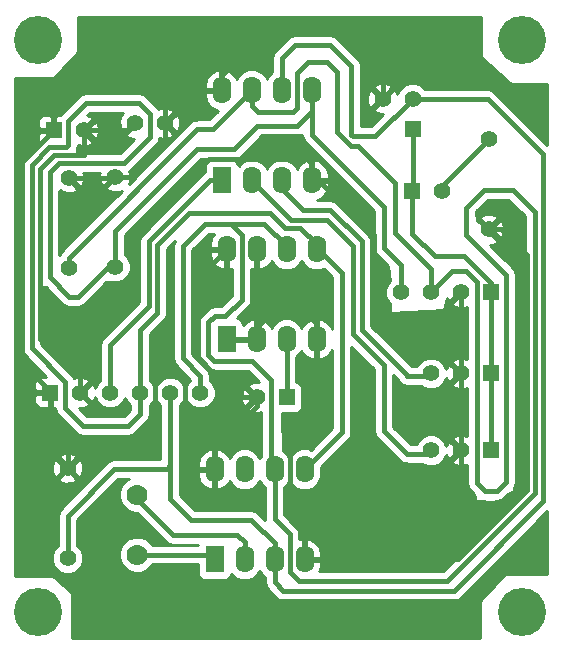
<source format=gbl>
G04 (created by PCBNEW-RS274X (2011-05-25)-stable) date Fri 22 Feb 2013 06:55:39 AM EST*
G01*
G70*
G90*
%MOIN*%
G04 Gerber Fmt 3.4, Leading zero omitted, Abs format*
%FSLAX34Y34*%
G04 APERTURE LIST*
%ADD10C,0.006000*%
%ADD11C,0.160000*%
%ADD12R,0.055000X0.055000*%
%ADD13C,0.055000*%
%ADD14C,0.070000*%
%ADD15R,0.062000X0.090000*%
%ADD16O,0.062000X0.090000*%
%ADD17C,0.015000*%
%ADD18C,0.010000*%
G04 APERTURE END LIST*
G54D10*
G54D11*
X01080Y-01940D03*
X17220Y-01940D03*
X17220Y-21000D03*
X01080Y-21000D03*
G54D12*
X13580Y-04880D03*
G54D13*
X13580Y-03880D03*
X12580Y-03880D03*
G54D12*
X01500Y-13680D03*
G54D13*
X02500Y-13680D03*
X03500Y-13680D03*
X04500Y-13680D03*
X05500Y-13680D03*
X06500Y-13680D03*
G54D12*
X16200Y-10340D03*
G54D13*
X15200Y-10340D03*
X14200Y-10340D03*
X13200Y-10340D03*
G54D12*
X16200Y-13040D03*
G54D13*
X15200Y-13040D03*
X14200Y-13040D03*
G54D12*
X16200Y-15600D03*
G54D13*
X15200Y-15600D03*
X14200Y-15600D03*
G54D12*
X01620Y-04940D03*
G54D13*
X02620Y-04940D03*
G54D12*
X09380Y-13840D03*
G54D13*
X08380Y-13840D03*
X02080Y-19200D03*
X02080Y-16200D03*
X02120Y-06520D03*
X02120Y-09520D03*
X03660Y-06480D03*
X03660Y-09480D03*
X16120Y-05240D03*
X16120Y-08240D03*
G54D12*
X13560Y-06960D03*
G54D13*
X14560Y-06960D03*
G54D14*
X04400Y-19080D03*
X04400Y-17080D03*
G54D15*
X07380Y-11900D03*
G54D16*
X08380Y-11900D03*
X09380Y-11900D03*
X10380Y-11900D03*
X10380Y-08900D03*
X09380Y-08900D03*
X08380Y-08900D03*
X07380Y-08900D03*
G54D15*
X06980Y-19240D03*
G54D16*
X07980Y-19240D03*
X08980Y-19240D03*
X09980Y-19240D03*
X09980Y-16240D03*
X08980Y-16240D03*
X07980Y-16240D03*
X06980Y-16240D03*
G54D15*
X07220Y-06600D03*
G54D16*
X08220Y-06600D03*
X09220Y-06600D03*
X10220Y-06600D03*
X10220Y-03600D03*
X09220Y-03600D03*
X08220Y-03600D03*
X07220Y-03600D03*
G54D13*
X04320Y-04700D03*
X05320Y-04700D03*
G54D17*
X02120Y-09520D02*
X02120Y-09180D01*
X06920Y-04900D02*
X08220Y-03600D01*
X06400Y-04900D02*
X06920Y-04900D01*
X02120Y-09180D02*
X06400Y-04900D01*
X14200Y-10340D02*
X14200Y-09560D01*
X08220Y-04140D02*
X08220Y-03600D01*
X08420Y-04340D02*
X08220Y-04140D01*
X09580Y-04340D02*
X08420Y-04340D01*
X09720Y-04200D02*
X09580Y-04340D01*
X09720Y-03040D02*
X09720Y-04200D01*
X10100Y-02660D02*
X09720Y-03040D01*
X10720Y-02660D02*
X10100Y-02660D01*
X11060Y-03000D02*
X10720Y-02660D01*
X11060Y-05000D02*
X11060Y-03000D01*
X11520Y-05460D02*
X11060Y-05000D01*
X11760Y-05460D02*
X11520Y-05460D01*
X13000Y-06700D02*
X11760Y-05460D01*
X13000Y-08360D02*
X13000Y-06700D01*
X14200Y-09560D02*
X13000Y-08360D01*
X08980Y-16240D02*
X08980Y-17900D01*
X14900Y-09640D02*
X14200Y-10340D01*
X15360Y-09640D02*
X14900Y-09640D01*
X15720Y-10000D02*
X15360Y-09640D01*
X15720Y-16700D02*
X15720Y-10000D01*
X15980Y-16960D02*
X15720Y-16700D01*
X16400Y-16960D02*
X15980Y-16960D01*
X16700Y-16660D02*
X16400Y-16960D01*
X16700Y-13720D02*
X16700Y-16660D01*
X16700Y-09760D02*
X16700Y-13720D01*
X15360Y-08420D02*
X16700Y-09760D01*
X15360Y-07520D02*
X15360Y-08420D01*
X15960Y-06920D02*
X15360Y-07520D01*
X16920Y-06920D02*
X15960Y-06920D01*
X17660Y-07660D02*
X16920Y-06920D01*
X17660Y-17040D02*
X17660Y-07660D01*
X14740Y-19960D02*
X17660Y-17040D01*
X09780Y-19960D02*
X14740Y-19960D01*
X09480Y-19660D02*
X09780Y-19960D01*
X09480Y-18400D02*
X09480Y-19660D01*
X08980Y-17900D02*
X09480Y-18400D01*
X07580Y-08060D02*
X07580Y-08140D01*
X08860Y-16120D02*
X08980Y-16240D01*
X08860Y-13260D02*
X08860Y-16120D01*
X08220Y-12620D02*
X08860Y-13260D01*
X06960Y-12620D02*
X08220Y-12620D01*
X06760Y-12420D02*
X06960Y-12620D01*
X06760Y-11340D02*
X06760Y-12420D01*
X06980Y-11120D02*
X06760Y-11340D01*
X07340Y-11120D02*
X06980Y-11120D01*
X07880Y-10580D02*
X07340Y-11120D01*
X07880Y-09460D02*
X07880Y-10580D01*
X07880Y-08440D02*
X07880Y-09460D01*
X07580Y-08140D02*
X07880Y-08440D01*
X06500Y-13680D02*
X06500Y-13120D01*
X09380Y-08800D02*
X09380Y-08900D01*
X08640Y-08060D02*
X09380Y-08800D01*
X06660Y-08060D02*
X07580Y-08060D01*
X07580Y-08060D02*
X08640Y-08060D01*
X05920Y-08800D02*
X06660Y-08060D01*
X05920Y-12540D02*
X05920Y-08800D01*
X06500Y-13120D02*
X05920Y-12540D01*
X03660Y-09480D02*
X03440Y-09480D01*
X04500Y-14400D02*
X04500Y-13680D01*
X04100Y-14800D02*
X04500Y-14400D01*
X02600Y-14800D02*
X04100Y-14800D01*
X02000Y-14200D02*
X02600Y-14800D01*
X02000Y-13320D02*
X02000Y-14200D01*
X00880Y-12200D02*
X02000Y-13320D01*
X00880Y-06080D02*
X00880Y-12200D01*
X01460Y-05500D02*
X00880Y-06080D01*
X02020Y-05500D02*
X01460Y-05500D01*
X02100Y-05420D02*
X02020Y-05500D01*
X02100Y-04620D02*
X02100Y-05420D01*
X02700Y-04020D02*
X02100Y-04620D01*
X04460Y-04020D02*
X02700Y-04020D01*
X04820Y-04380D02*
X04460Y-04020D01*
X04820Y-05160D02*
X04820Y-04380D01*
X03960Y-06020D02*
X04820Y-05160D01*
X01800Y-06020D02*
X03960Y-06020D01*
X01480Y-06340D02*
X01800Y-06020D01*
X01480Y-09840D02*
X01480Y-06340D01*
X02140Y-10500D02*
X01480Y-09840D01*
X02420Y-10500D02*
X02140Y-10500D01*
X03440Y-09480D02*
X02420Y-10500D01*
X03660Y-09480D02*
X03660Y-08300D01*
X09720Y-04780D02*
X10220Y-04280D01*
X08400Y-04780D02*
X09720Y-04780D01*
X07620Y-05560D02*
X08400Y-04780D01*
X06400Y-05560D02*
X07620Y-05560D01*
X03660Y-08300D02*
X06400Y-05560D01*
X13200Y-10340D02*
X13200Y-09440D01*
X10220Y-05080D02*
X10220Y-05040D01*
X10220Y-05040D02*
X10220Y-04280D01*
X10220Y-04280D02*
X10220Y-03600D01*
X12620Y-07480D02*
X10220Y-05080D01*
X12620Y-08860D02*
X12620Y-07480D01*
X13200Y-09440D02*
X12620Y-08860D01*
X10380Y-08900D02*
X10380Y-08740D01*
X04500Y-11580D02*
X04500Y-13680D01*
X05060Y-11020D02*
X04500Y-11580D01*
X05060Y-08760D02*
X05060Y-11020D01*
X06140Y-07680D02*
X05060Y-08760D01*
X08820Y-07680D02*
X06140Y-07680D01*
X09340Y-08200D02*
X08820Y-07680D01*
X09840Y-08200D02*
X09340Y-08200D01*
X10380Y-08740D02*
X09840Y-08200D01*
X10380Y-08900D02*
X10440Y-08900D01*
X11220Y-15000D02*
X09980Y-16240D01*
X11220Y-09680D02*
X11220Y-15000D01*
X10440Y-08900D02*
X11220Y-09680D01*
X09220Y-03600D02*
X09220Y-02520D01*
X12340Y-05120D02*
X13580Y-03880D01*
X11580Y-05120D02*
X12340Y-05120D01*
X11540Y-05080D02*
X11580Y-05120D01*
X11540Y-02780D02*
X11540Y-05080D01*
X10840Y-02080D02*
X11540Y-02780D01*
X09660Y-02080D02*
X10840Y-02080D01*
X09220Y-02520D02*
X09660Y-02080D01*
X13580Y-03880D02*
X16080Y-03880D01*
X08980Y-20000D02*
X08980Y-19240D01*
X09260Y-20280D02*
X08980Y-20000D01*
X14960Y-20280D02*
X09260Y-20280D01*
X17940Y-17300D02*
X14960Y-20280D01*
X17940Y-05740D02*
X17940Y-17300D01*
X16080Y-03880D02*
X17940Y-05740D01*
X02080Y-19200D02*
X02080Y-17780D01*
X05380Y-16220D02*
X05500Y-16100D01*
X03640Y-16220D02*
X05380Y-16220D01*
X02080Y-17780D02*
X03640Y-16220D01*
X08980Y-19240D02*
X08980Y-18700D01*
X05500Y-17220D02*
X05500Y-16100D01*
X05500Y-16100D02*
X05500Y-13680D01*
X06200Y-17920D02*
X05500Y-17220D01*
X08200Y-17920D02*
X06200Y-17920D01*
X08980Y-18700D02*
X08200Y-17920D01*
X09380Y-11900D02*
X09380Y-13840D01*
X07220Y-06600D02*
X06820Y-06600D01*
X03500Y-12080D02*
X03500Y-13680D01*
X04780Y-10800D02*
X03500Y-12080D01*
X04780Y-08640D02*
X04780Y-10800D01*
X06820Y-06600D02*
X04780Y-08640D01*
X13380Y-15720D02*
X14080Y-15720D01*
X08220Y-06640D02*
X09520Y-07940D01*
X09520Y-07940D02*
X10740Y-07940D01*
X10740Y-07940D02*
X11580Y-08780D01*
X11580Y-08780D02*
X11580Y-11720D01*
X11580Y-11720D02*
X12620Y-12760D01*
X12620Y-12760D02*
X12620Y-14960D01*
X12620Y-14960D02*
X13380Y-15720D01*
X08220Y-06600D02*
X08220Y-06640D01*
X14080Y-15720D02*
X14200Y-15600D01*
X13380Y-13120D02*
X14120Y-13120D01*
X09220Y-06880D02*
X09940Y-07600D01*
X09940Y-07600D02*
X10840Y-07600D01*
X10840Y-07600D02*
X11880Y-08640D01*
X11880Y-08640D02*
X11880Y-11580D01*
X11880Y-11580D02*
X13380Y-13080D01*
X13380Y-13080D02*
X13380Y-13120D01*
X09220Y-06600D02*
X09220Y-06880D01*
X14120Y-13120D02*
X14200Y-13040D01*
X16200Y-10340D02*
X16200Y-10040D01*
X13560Y-08380D02*
X13560Y-06960D01*
X14320Y-09140D02*
X13560Y-08380D01*
X15300Y-09140D02*
X14320Y-09140D01*
X16200Y-10040D02*
X15300Y-09140D01*
X13580Y-04880D02*
X13580Y-06940D01*
X13580Y-06940D02*
X13560Y-06960D01*
X16200Y-10340D02*
X16200Y-13040D01*
X16200Y-13040D02*
X16200Y-15600D01*
X10380Y-11900D02*
X10380Y-14640D01*
X09980Y-17980D02*
X09980Y-19240D01*
X09480Y-17480D02*
X09980Y-17980D01*
X09480Y-15540D02*
X09480Y-17480D01*
X10380Y-14640D02*
X09480Y-15540D01*
X10220Y-06600D02*
X10220Y-06040D01*
X01920Y-12240D02*
X01840Y-12240D01*
X04280Y-09880D02*
X01920Y-12240D01*
X04280Y-08380D02*
X04280Y-09880D01*
X06780Y-05880D02*
X04280Y-08380D01*
X10060Y-05880D02*
X06780Y-05880D01*
X10220Y-06040D02*
X10060Y-05880D01*
X02500Y-13680D02*
X02500Y-12900D01*
X02500Y-12900D02*
X01840Y-12240D01*
X02620Y-05740D02*
X02620Y-04940D01*
X01840Y-12240D02*
X01520Y-12240D01*
X01520Y-12240D02*
X01160Y-11880D01*
X01160Y-11880D02*
X01160Y-06220D01*
X01160Y-06220D02*
X01620Y-05760D01*
X01620Y-05760D02*
X02640Y-05760D01*
X02640Y-05760D02*
X02620Y-05740D01*
X02620Y-04940D02*
X04080Y-04940D01*
X04080Y-04940D02*
X04320Y-04700D01*
X16120Y-08240D02*
X16540Y-08240D01*
X15080Y-19240D02*
X12660Y-19240D01*
X17380Y-16940D02*
X15080Y-19240D01*
X17380Y-09080D02*
X17380Y-16940D01*
X16540Y-08240D02*
X17380Y-09080D01*
X15200Y-10340D02*
X15200Y-13040D01*
X15200Y-13040D02*
X15200Y-15600D01*
X10220Y-06600D02*
X10440Y-06600D01*
X14080Y-11920D02*
X15200Y-13040D01*
X12860Y-11920D02*
X14080Y-11920D01*
X12280Y-11340D02*
X12860Y-11920D01*
X12280Y-08440D02*
X12280Y-11340D01*
X10440Y-06600D02*
X12280Y-08440D01*
X09980Y-19240D02*
X12660Y-19240D01*
X12660Y-19240D02*
X15040Y-16860D01*
X15040Y-16860D02*
X15200Y-16700D01*
X15200Y-16700D02*
X15200Y-15600D01*
X08380Y-08900D02*
X08380Y-11900D01*
X08380Y-11900D02*
X08380Y-11500D01*
X10380Y-11400D02*
X10380Y-11900D01*
X09880Y-10900D02*
X10380Y-11400D01*
X08980Y-10900D02*
X09880Y-10900D01*
X08380Y-11500D02*
X08980Y-10900D01*
X07380Y-11900D02*
X08380Y-11900D01*
X04400Y-19080D02*
X06820Y-19080D01*
X06820Y-19080D02*
X06980Y-19240D01*
X04400Y-17080D02*
X04400Y-17220D01*
X07980Y-18660D02*
X07980Y-19240D01*
X07740Y-18420D02*
X07980Y-18660D01*
X05600Y-18420D02*
X07740Y-18420D01*
X04400Y-17220D02*
X05600Y-18420D01*
X14560Y-06960D02*
X14560Y-06800D01*
X14560Y-06800D02*
X16120Y-05240D01*
X06980Y-16240D02*
X06980Y-15620D01*
X02540Y-15740D02*
X02080Y-16200D01*
X03820Y-15740D02*
X02540Y-15740D01*
X04980Y-14580D02*
X03820Y-15740D01*
X04980Y-13440D02*
X04980Y-14580D01*
X05340Y-13080D02*
X04980Y-13440D01*
X05820Y-13080D02*
X05340Y-13080D01*
X06000Y-13260D02*
X05820Y-13080D01*
X06000Y-14640D02*
X06000Y-13260D01*
X06980Y-15620D02*
X06000Y-14640D01*
X01620Y-04940D02*
X01620Y-04100D01*
X05880Y-03360D02*
X06120Y-03600D01*
X02360Y-03360D02*
X05880Y-03360D01*
X01620Y-04100D02*
X02360Y-03360D01*
X01500Y-13680D02*
X01500Y-13640D01*
X00560Y-06000D02*
X01620Y-04940D01*
X00560Y-12700D02*
X00560Y-06000D01*
X01500Y-13640D02*
X00560Y-12700D01*
X12580Y-03880D02*
X12580Y-02520D01*
X07220Y-03080D02*
X07220Y-03600D01*
X08660Y-01640D02*
X07220Y-03080D01*
X11700Y-01640D02*
X08660Y-01640D01*
X12580Y-02520D02*
X11700Y-01640D01*
X05320Y-04700D02*
X05320Y-04200D01*
X05320Y-04200D02*
X05920Y-03600D01*
X05920Y-03600D02*
X06120Y-03600D01*
X06120Y-03600D02*
X07220Y-03600D01*
X03660Y-06480D02*
X04260Y-06480D01*
X05320Y-05420D02*
X05320Y-04700D01*
X04260Y-06480D02*
X05320Y-05420D01*
X02120Y-06520D02*
X03620Y-06520D01*
X03620Y-06520D02*
X03660Y-06480D01*
X08380Y-13840D02*
X07940Y-13840D01*
X06420Y-09860D02*
X07380Y-08900D01*
X06420Y-12500D02*
X06420Y-09860D01*
X06900Y-12980D02*
X06420Y-12500D01*
X07080Y-12980D02*
X06900Y-12980D01*
X07940Y-13840D02*
X07080Y-12980D01*
X02080Y-16200D02*
X02080Y-15600D01*
X02080Y-15600D02*
X01500Y-15020D01*
X01500Y-15020D02*
X01500Y-13680D01*
X06980Y-16240D02*
X06980Y-15540D01*
X08380Y-14140D02*
X08380Y-13840D01*
X06980Y-15540D02*
X08380Y-14140D01*
G54D10*
G36*
X03895Y-06944D02*
X02410Y-08429D01*
X01890Y-08950D01*
X01820Y-09056D01*
X01814Y-09083D01*
X01805Y-09092D01*
X01805Y-06960D01*
X01813Y-06968D01*
X01844Y-06936D01*
X01853Y-06972D01*
X02046Y-07039D01*
X02250Y-07028D01*
X02387Y-06972D01*
X02410Y-06881D01*
X02155Y-06626D01*
X02120Y-06591D01*
X02049Y-06520D01*
X02120Y-06449D01*
X02191Y-06520D01*
X02226Y-06555D01*
X02481Y-06810D01*
X02572Y-06787D01*
X02639Y-06594D01*
X02628Y-06390D01*
X02609Y-06345D01*
X03162Y-06345D01*
X03141Y-06406D01*
X03152Y-06610D01*
X03208Y-06747D01*
X03299Y-06770D01*
X03554Y-06515D01*
X03589Y-06480D01*
X03660Y-06409D01*
X03731Y-06480D01*
X03660Y-06551D01*
X03625Y-06586D01*
X03370Y-06841D01*
X03393Y-06932D01*
X03586Y-06999D01*
X03790Y-06988D01*
X03895Y-06944D01*
X03895Y-06944D01*
G37*
G54D18*
X03895Y-06944D02*
X02410Y-08429D01*
X01890Y-08950D01*
X01820Y-09056D01*
X01814Y-09083D01*
X01805Y-09092D01*
X01805Y-06960D01*
X01813Y-06968D01*
X01844Y-06936D01*
X01853Y-06972D01*
X02046Y-07039D01*
X02250Y-07028D01*
X02387Y-06972D01*
X02410Y-06881D01*
X02155Y-06626D01*
X02120Y-06591D01*
X02049Y-06520D01*
X02120Y-06449D01*
X02191Y-06520D01*
X02226Y-06555D01*
X02481Y-06810D01*
X02572Y-06787D01*
X02639Y-06594D01*
X02628Y-06390D01*
X02609Y-06345D01*
X03162Y-06345D01*
X03141Y-06406D01*
X03152Y-06610D01*
X03208Y-06747D01*
X03299Y-06770D01*
X03554Y-06515D01*
X03589Y-06480D01*
X03660Y-06409D01*
X03731Y-06480D01*
X03660Y-06551D01*
X03625Y-06586D01*
X03370Y-06841D01*
X03393Y-06932D01*
X03586Y-06999D01*
X03790Y-06988D01*
X03895Y-06944D01*
G54D10*
G36*
X06175Y-13262D02*
X06055Y-13382D01*
X05999Y-13515D01*
X05945Y-13383D01*
X05798Y-13235D01*
X05605Y-13155D01*
X05396Y-13155D01*
X05203Y-13235D01*
X05055Y-13382D01*
X04999Y-13515D01*
X04945Y-13383D01*
X04825Y-13262D01*
X04825Y-11714D01*
X05287Y-11251D01*
X05289Y-11250D01*
X05290Y-11250D01*
X05359Y-11145D01*
X05360Y-11144D01*
X05379Y-11046D01*
X05385Y-11021D01*
X05384Y-11020D01*
X05385Y-11020D01*
X05385Y-08895D01*
X05651Y-08628D01*
X05620Y-08676D01*
X05595Y-08800D01*
X05595Y-12540D01*
X05620Y-12664D01*
X05690Y-12770D01*
X06175Y-13255D01*
X06175Y-13262D01*
X06175Y-13262D01*
G37*
G54D18*
X06175Y-13262D02*
X06055Y-13382D01*
X05999Y-13515D01*
X05945Y-13383D01*
X05798Y-13235D01*
X05605Y-13155D01*
X05396Y-13155D01*
X05203Y-13235D01*
X05055Y-13382D01*
X04999Y-13515D01*
X04945Y-13383D01*
X04825Y-13262D01*
X04825Y-11714D01*
X05287Y-11251D01*
X05289Y-11250D01*
X05290Y-11250D01*
X05359Y-11145D01*
X05360Y-11144D01*
X05379Y-11046D01*
X05385Y-11021D01*
X05384Y-11020D01*
X05385Y-11020D01*
X05385Y-08895D01*
X05651Y-08628D01*
X05620Y-08676D01*
X05595Y-08800D01*
X05595Y-12540D01*
X05620Y-12664D01*
X05690Y-12770D01*
X06175Y-13255D01*
X06175Y-13262D01*
G54D10*
G36*
X08658Y-17918D02*
X08430Y-17690D01*
X08324Y-17620D01*
X08200Y-17595D01*
X06930Y-17595D01*
X06930Y-16875D01*
X06930Y-16290D01*
X06930Y-16190D01*
X06930Y-15605D01*
X06843Y-15558D01*
X06784Y-15575D01*
X06598Y-15690D01*
X06470Y-15867D01*
X06420Y-16080D01*
X06420Y-16190D01*
X06930Y-16190D01*
X06930Y-16290D01*
X06420Y-16290D01*
X06420Y-16400D01*
X06470Y-16613D01*
X06598Y-16790D01*
X06784Y-16905D01*
X06843Y-16922D01*
X06930Y-16875D01*
X06930Y-17595D01*
X06334Y-17595D01*
X05825Y-17085D01*
X05825Y-16100D01*
X05825Y-14097D01*
X05945Y-13978D01*
X06000Y-13844D01*
X06055Y-13977D01*
X06202Y-14125D01*
X06395Y-14205D01*
X06604Y-14205D01*
X06797Y-14125D01*
X06945Y-13978D01*
X07025Y-13785D01*
X07025Y-13576D01*
X06945Y-13383D01*
X06825Y-13262D01*
X06825Y-13120D01*
X06800Y-12996D01*
X06800Y-12995D01*
X06730Y-12890D01*
X06245Y-12405D01*
X06245Y-08934D01*
X06794Y-08385D01*
X06972Y-08385D01*
X06870Y-08527D01*
X06820Y-08740D01*
X06820Y-08850D01*
X07280Y-08850D01*
X07330Y-08850D01*
X07430Y-08850D01*
X07430Y-08950D01*
X07430Y-09000D01*
X07430Y-09535D01*
X07517Y-09582D01*
X07555Y-09571D01*
X07555Y-10445D01*
X07330Y-10670D01*
X07330Y-09535D01*
X07330Y-08950D01*
X06820Y-08950D01*
X06820Y-09060D01*
X06870Y-09273D01*
X06998Y-09450D01*
X07184Y-09565D01*
X07243Y-09582D01*
X07330Y-09535D01*
X07330Y-10670D01*
X07205Y-10795D01*
X06980Y-10795D01*
X06855Y-10820D01*
X06750Y-10890D01*
X06530Y-11110D01*
X06460Y-11216D01*
X06435Y-11340D01*
X06435Y-12420D01*
X06460Y-12544D01*
X06530Y-12650D01*
X06728Y-12847D01*
X06730Y-12850D01*
X06835Y-12919D01*
X06836Y-12920D01*
X06934Y-12939D01*
X06959Y-12945D01*
X06959Y-12944D01*
X06960Y-12945D01*
X08085Y-12945D01*
X08464Y-13324D01*
X08454Y-13321D01*
X08250Y-13332D01*
X08113Y-13388D01*
X08090Y-13479D01*
X08345Y-13734D01*
X08380Y-13769D01*
X08451Y-13840D01*
X08380Y-13911D01*
X08345Y-13946D01*
X08309Y-13982D01*
X08309Y-13840D01*
X08019Y-13550D01*
X07928Y-13573D01*
X07861Y-13766D01*
X07872Y-13970D01*
X07928Y-14107D01*
X08019Y-14130D01*
X08309Y-13840D01*
X08309Y-13982D01*
X08090Y-14201D01*
X08113Y-14292D01*
X08306Y-14359D01*
X08510Y-14348D01*
X08535Y-14337D01*
X08535Y-15756D01*
X08515Y-15776D01*
X08480Y-15860D01*
X08445Y-15776D01*
X08291Y-15622D01*
X08089Y-15538D01*
X07871Y-15538D01*
X07669Y-15622D01*
X07515Y-15776D01*
X07481Y-15855D01*
X07362Y-15690D01*
X07176Y-15575D01*
X07117Y-15558D01*
X07030Y-15605D01*
X07030Y-16140D01*
X07030Y-16190D01*
X07030Y-16290D01*
X07030Y-16340D01*
X07030Y-16875D01*
X07117Y-16922D01*
X07176Y-16905D01*
X07362Y-16790D01*
X07481Y-16624D01*
X07515Y-16704D01*
X07669Y-16858D01*
X07871Y-16942D01*
X08089Y-16942D01*
X08291Y-16858D01*
X08445Y-16704D01*
X08480Y-16619D01*
X08515Y-16704D01*
X08655Y-16844D01*
X08655Y-17900D01*
X08658Y-17918D01*
X08658Y-17918D01*
G37*
G54D18*
X08658Y-17918D02*
X08430Y-17690D01*
X08324Y-17620D01*
X08200Y-17595D01*
X06930Y-17595D01*
X06930Y-16875D01*
X06930Y-16290D01*
X06930Y-16190D01*
X06930Y-15605D01*
X06843Y-15558D01*
X06784Y-15575D01*
X06598Y-15690D01*
X06470Y-15867D01*
X06420Y-16080D01*
X06420Y-16190D01*
X06930Y-16190D01*
X06930Y-16290D01*
X06420Y-16290D01*
X06420Y-16400D01*
X06470Y-16613D01*
X06598Y-16790D01*
X06784Y-16905D01*
X06843Y-16922D01*
X06930Y-16875D01*
X06930Y-17595D01*
X06334Y-17595D01*
X05825Y-17085D01*
X05825Y-16100D01*
X05825Y-14097D01*
X05945Y-13978D01*
X06000Y-13844D01*
X06055Y-13977D01*
X06202Y-14125D01*
X06395Y-14205D01*
X06604Y-14205D01*
X06797Y-14125D01*
X06945Y-13978D01*
X07025Y-13785D01*
X07025Y-13576D01*
X06945Y-13383D01*
X06825Y-13262D01*
X06825Y-13120D01*
X06800Y-12996D01*
X06800Y-12995D01*
X06730Y-12890D01*
X06245Y-12405D01*
X06245Y-08934D01*
X06794Y-08385D01*
X06972Y-08385D01*
X06870Y-08527D01*
X06820Y-08740D01*
X06820Y-08850D01*
X07280Y-08850D01*
X07330Y-08850D01*
X07430Y-08850D01*
X07430Y-08950D01*
X07430Y-09000D01*
X07430Y-09535D01*
X07517Y-09582D01*
X07555Y-09571D01*
X07555Y-10445D01*
X07330Y-10670D01*
X07330Y-09535D01*
X07330Y-08950D01*
X06820Y-08950D01*
X06820Y-09060D01*
X06870Y-09273D01*
X06998Y-09450D01*
X07184Y-09565D01*
X07243Y-09582D01*
X07330Y-09535D01*
X07330Y-10670D01*
X07205Y-10795D01*
X06980Y-10795D01*
X06855Y-10820D01*
X06750Y-10890D01*
X06530Y-11110D01*
X06460Y-11216D01*
X06435Y-11340D01*
X06435Y-12420D01*
X06460Y-12544D01*
X06530Y-12650D01*
X06728Y-12847D01*
X06730Y-12850D01*
X06835Y-12919D01*
X06836Y-12920D01*
X06934Y-12939D01*
X06959Y-12945D01*
X06959Y-12944D01*
X06960Y-12945D01*
X08085Y-12945D01*
X08464Y-13324D01*
X08454Y-13321D01*
X08250Y-13332D01*
X08113Y-13388D01*
X08090Y-13479D01*
X08345Y-13734D01*
X08380Y-13769D01*
X08451Y-13840D01*
X08380Y-13911D01*
X08345Y-13946D01*
X08309Y-13982D01*
X08309Y-13840D01*
X08019Y-13550D01*
X07928Y-13573D01*
X07861Y-13766D01*
X07872Y-13970D01*
X07928Y-14107D01*
X08019Y-14130D01*
X08309Y-13840D01*
X08309Y-13982D01*
X08090Y-14201D01*
X08113Y-14292D01*
X08306Y-14359D01*
X08510Y-14348D01*
X08535Y-14337D01*
X08535Y-15756D01*
X08515Y-15776D01*
X08480Y-15860D01*
X08445Y-15776D01*
X08291Y-15622D01*
X08089Y-15538D01*
X07871Y-15538D01*
X07669Y-15622D01*
X07515Y-15776D01*
X07481Y-15855D01*
X07362Y-15690D01*
X07176Y-15575D01*
X07117Y-15558D01*
X07030Y-15605D01*
X07030Y-16140D01*
X07030Y-16190D01*
X07030Y-16290D01*
X07030Y-16340D01*
X07030Y-16875D01*
X07117Y-16922D01*
X07176Y-16905D01*
X07362Y-16790D01*
X07481Y-16624D01*
X07515Y-16704D01*
X07669Y-16858D01*
X07871Y-16942D01*
X08089Y-16942D01*
X08291Y-16858D01*
X08445Y-16704D01*
X08480Y-16619D01*
X08515Y-16704D01*
X08655Y-16844D01*
X08655Y-17900D01*
X08658Y-17918D01*
G54D10*
G36*
X18075Y-19710D02*
X16658Y-19710D01*
X15830Y-20621D01*
X15830Y-21855D01*
X02230Y-21855D01*
X02230Y-20357D01*
X01579Y-19790D01*
X01450Y-19790D01*
X01450Y-14143D01*
X01450Y-13730D01*
X01037Y-13730D01*
X00975Y-13792D01*
X00976Y-13906D01*
X00976Y-14005D01*
X01014Y-14096D01*
X01084Y-14166D01*
X01176Y-14204D01*
X01388Y-14205D01*
X01450Y-14143D01*
X01450Y-19790D01*
X00325Y-19790D01*
X00325Y-03206D01*
X01642Y-03190D01*
X01977Y-02834D01*
X02430Y-02339D01*
X02430Y-01145D01*
X15870Y-01145D01*
X15870Y-02482D01*
X16861Y-03390D01*
X18075Y-03390D01*
X18075Y-05415D01*
X16310Y-03650D01*
X16204Y-03580D01*
X16080Y-03555D01*
X13997Y-03555D01*
X13878Y-03435D01*
X13685Y-03355D01*
X13476Y-03355D01*
X13283Y-03435D01*
X13135Y-03582D01*
X13076Y-03722D01*
X13032Y-03613D01*
X12941Y-03590D01*
X12870Y-03661D01*
X12870Y-03519D01*
X12847Y-03428D01*
X12654Y-03361D01*
X12450Y-03372D01*
X12313Y-03428D01*
X12290Y-03519D01*
X12580Y-03809D01*
X12870Y-03519D01*
X12870Y-03661D01*
X12686Y-03845D01*
X12651Y-03880D01*
X12580Y-03951D01*
X12545Y-03986D01*
X12509Y-04022D01*
X12509Y-03880D01*
X12219Y-03590D01*
X12128Y-03613D01*
X12061Y-03806D01*
X12072Y-04010D01*
X12128Y-04147D01*
X12219Y-04170D01*
X12509Y-03880D01*
X12509Y-04022D01*
X12290Y-04241D01*
X12313Y-04332D01*
X12506Y-04399D01*
X12606Y-04393D01*
X12205Y-04795D01*
X11865Y-04795D01*
X11865Y-02780D01*
X11864Y-02779D01*
X11865Y-02779D01*
X11859Y-02754D01*
X11840Y-02656D01*
X11839Y-02655D01*
X11770Y-02550D01*
X11767Y-02548D01*
X11070Y-01850D01*
X10964Y-01780D01*
X10840Y-01755D01*
X09660Y-01755D01*
X09535Y-01780D01*
X09430Y-01850D01*
X08990Y-02290D01*
X08920Y-02396D01*
X08895Y-02520D01*
X08895Y-02996D01*
X08755Y-03136D01*
X08720Y-03220D01*
X08685Y-03136D01*
X08531Y-02982D01*
X08329Y-02898D01*
X08111Y-02898D01*
X07909Y-02982D01*
X07755Y-03136D01*
X07721Y-03215D01*
X07602Y-03050D01*
X07416Y-02935D01*
X07357Y-02918D01*
X07270Y-02965D01*
X07270Y-03500D01*
X07270Y-03550D01*
X07270Y-03650D01*
X07170Y-03650D01*
X07170Y-03550D01*
X07170Y-02965D01*
X07083Y-02918D01*
X07024Y-02935D01*
X06838Y-03050D01*
X06710Y-03227D01*
X06660Y-03440D01*
X06660Y-03550D01*
X07170Y-03550D01*
X07170Y-03650D01*
X07120Y-03650D01*
X06660Y-03650D01*
X06660Y-03760D01*
X06710Y-03973D01*
X06838Y-04150D01*
X07024Y-04265D01*
X07079Y-04280D01*
X06785Y-04575D01*
X06400Y-04575D01*
X06399Y-04575D01*
X06374Y-04580D01*
X06276Y-04600D01*
X06170Y-04670D01*
X06168Y-04672D01*
X05839Y-05000D01*
X05839Y-04774D01*
X05828Y-04570D01*
X05772Y-04433D01*
X05681Y-04410D01*
X05391Y-04700D01*
X05681Y-04990D01*
X05772Y-04967D01*
X05839Y-04774D01*
X05839Y-05000D01*
X04121Y-06718D01*
X04179Y-06554D01*
X04168Y-06350D01*
X04140Y-06282D01*
X04190Y-06250D01*
X05050Y-05390D01*
X05120Y-05285D01*
X05120Y-05284D01*
X05140Y-05182D01*
X05246Y-05219D01*
X05450Y-05208D01*
X05587Y-05152D01*
X05610Y-05061D01*
X05355Y-04806D01*
X05320Y-04771D01*
X05249Y-04700D01*
X05320Y-04629D01*
X05355Y-04594D01*
X05610Y-04339D01*
X05587Y-04248D01*
X05394Y-04181D01*
X05190Y-04192D01*
X05101Y-04227D01*
X05050Y-04150D01*
X04690Y-03790D01*
X04584Y-03720D01*
X04460Y-03695D01*
X02700Y-03695D01*
X02576Y-03720D01*
X02470Y-03790D01*
X02468Y-03792D01*
X01870Y-04390D01*
X01853Y-04415D01*
X01732Y-04415D01*
X01670Y-04477D01*
X01670Y-04840D01*
X01670Y-04890D01*
X01670Y-04990D01*
X01570Y-04990D01*
X01570Y-04890D01*
X01570Y-04477D01*
X01508Y-04415D01*
X01296Y-04416D01*
X01204Y-04454D01*
X01134Y-04524D01*
X01096Y-04615D01*
X01096Y-04714D01*
X01095Y-04828D01*
X01157Y-04890D01*
X01570Y-04890D01*
X01570Y-04990D01*
X01520Y-04990D01*
X01157Y-04990D01*
X01095Y-05052D01*
X01096Y-05166D01*
X01096Y-05265D01*
X01134Y-05356D01*
X01139Y-05361D01*
X00650Y-05850D01*
X00580Y-05956D01*
X00555Y-06080D01*
X00555Y-12200D01*
X00580Y-12324D01*
X00650Y-12430D01*
X01375Y-13155D01*
X01176Y-13156D01*
X01084Y-13194D01*
X01014Y-13264D01*
X00976Y-13355D01*
X00976Y-13454D01*
X00975Y-13568D01*
X01037Y-13630D01*
X01400Y-13630D01*
X01450Y-13630D01*
X01550Y-13630D01*
X01550Y-13730D01*
X01550Y-13780D01*
X01550Y-14143D01*
X01612Y-14205D01*
X01675Y-14204D01*
X01700Y-14324D01*
X01770Y-14430D01*
X02368Y-15027D01*
X02370Y-15030D01*
X02475Y-15099D01*
X02476Y-15100D01*
X02600Y-15125D01*
X04100Y-15125D01*
X04224Y-15100D01*
X04330Y-15030D01*
X04727Y-14631D01*
X04729Y-14630D01*
X04730Y-14630D01*
X04799Y-14525D01*
X04800Y-14524D01*
X04825Y-14400D01*
X04825Y-14097D01*
X04945Y-13978D01*
X05000Y-13844D01*
X05055Y-13977D01*
X05175Y-14097D01*
X05175Y-15895D01*
X03640Y-15895D01*
X03515Y-15920D01*
X03410Y-15990D01*
X02599Y-16801D01*
X02599Y-16274D01*
X02588Y-16070D01*
X02532Y-15933D01*
X02441Y-15910D01*
X02370Y-15981D01*
X02370Y-15839D01*
X02347Y-15748D01*
X02154Y-15681D01*
X01950Y-15692D01*
X01813Y-15748D01*
X01790Y-15839D01*
X02080Y-16129D01*
X02370Y-15839D01*
X02370Y-15981D01*
X02151Y-16200D01*
X02441Y-16490D01*
X02532Y-16467D01*
X02599Y-16274D01*
X02599Y-16801D01*
X02370Y-17030D01*
X02370Y-16561D01*
X02080Y-16271D01*
X02009Y-16342D01*
X02009Y-16200D01*
X01719Y-15910D01*
X01628Y-15933D01*
X01561Y-16126D01*
X01572Y-16330D01*
X01628Y-16467D01*
X01719Y-16490D01*
X02009Y-16200D01*
X02009Y-16342D01*
X01790Y-16561D01*
X01813Y-16652D01*
X02006Y-16719D01*
X02210Y-16708D01*
X02347Y-16652D01*
X02370Y-16561D01*
X02370Y-17030D01*
X01850Y-17550D01*
X01780Y-17656D01*
X01755Y-17780D01*
X01755Y-18782D01*
X01635Y-18902D01*
X01555Y-19095D01*
X01555Y-19304D01*
X01635Y-19497D01*
X01782Y-19645D01*
X01975Y-19725D01*
X02184Y-19725D01*
X02377Y-19645D01*
X02525Y-19498D01*
X02605Y-19305D01*
X02605Y-19096D01*
X02525Y-18903D01*
X02405Y-18782D01*
X02405Y-17915D01*
X03775Y-16545D01*
X04126Y-16545D01*
X04061Y-16572D01*
X03892Y-16741D01*
X03801Y-16961D01*
X03801Y-17199D01*
X03892Y-17419D01*
X04061Y-17588D01*
X04281Y-17679D01*
X04399Y-17679D01*
X05370Y-18650D01*
X05476Y-18720D01*
X05600Y-18745D01*
X06421Y-18745D01*
X06421Y-18755D01*
X04913Y-18755D01*
X04908Y-18741D01*
X04739Y-18572D01*
X04519Y-18481D01*
X04281Y-18481D01*
X04061Y-18572D01*
X03892Y-18741D01*
X03801Y-18961D01*
X03801Y-19199D01*
X03892Y-19419D01*
X04061Y-19588D01*
X04281Y-19679D01*
X04519Y-19679D01*
X04739Y-19588D01*
X04908Y-19419D01*
X04913Y-19405D01*
X06421Y-19405D01*
X06421Y-19739D01*
X06459Y-19831D01*
X06529Y-19901D01*
X06620Y-19939D01*
X06719Y-19939D01*
X07339Y-19939D01*
X07431Y-19901D01*
X07501Y-19831D01*
X07539Y-19740D01*
X07539Y-19728D01*
X07669Y-19858D01*
X07871Y-19942D01*
X08089Y-19942D01*
X08291Y-19858D01*
X08445Y-19704D01*
X08480Y-19619D01*
X08515Y-19704D01*
X08655Y-19844D01*
X08655Y-20000D01*
X08680Y-20124D01*
X08750Y-20230D01*
X09029Y-20509D01*
X09030Y-20510D01*
X09135Y-20579D01*
X09136Y-20580D01*
X09234Y-20599D01*
X09259Y-20605D01*
X09259Y-20604D01*
X09260Y-20605D01*
X14960Y-20605D01*
X15084Y-20580D01*
X15190Y-20510D01*
X18075Y-17625D01*
X18075Y-19710D01*
X18075Y-19710D01*
G37*
G54D18*
X18075Y-19710D02*
X16658Y-19710D01*
X15830Y-20621D01*
X15830Y-21855D01*
X02230Y-21855D01*
X02230Y-20357D01*
X01579Y-19790D01*
X01450Y-19790D01*
X01450Y-14143D01*
X01450Y-13730D01*
X01037Y-13730D01*
X00975Y-13792D01*
X00976Y-13906D01*
X00976Y-14005D01*
X01014Y-14096D01*
X01084Y-14166D01*
X01176Y-14204D01*
X01388Y-14205D01*
X01450Y-14143D01*
X01450Y-19790D01*
X00325Y-19790D01*
X00325Y-03206D01*
X01642Y-03190D01*
X01977Y-02834D01*
X02430Y-02339D01*
X02430Y-01145D01*
X15870Y-01145D01*
X15870Y-02482D01*
X16861Y-03390D01*
X18075Y-03390D01*
X18075Y-05415D01*
X16310Y-03650D01*
X16204Y-03580D01*
X16080Y-03555D01*
X13997Y-03555D01*
X13878Y-03435D01*
X13685Y-03355D01*
X13476Y-03355D01*
X13283Y-03435D01*
X13135Y-03582D01*
X13076Y-03722D01*
X13032Y-03613D01*
X12941Y-03590D01*
X12870Y-03661D01*
X12870Y-03519D01*
X12847Y-03428D01*
X12654Y-03361D01*
X12450Y-03372D01*
X12313Y-03428D01*
X12290Y-03519D01*
X12580Y-03809D01*
X12870Y-03519D01*
X12870Y-03661D01*
X12686Y-03845D01*
X12651Y-03880D01*
X12580Y-03951D01*
X12545Y-03986D01*
X12509Y-04022D01*
X12509Y-03880D01*
X12219Y-03590D01*
X12128Y-03613D01*
X12061Y-03806D01*
X12072Y-04010D01*
X12128Y-04147D01*
X12219Y-04170D01*
X12509Y-03880D01*
X12509Y-04022D01*
X12290Y-04241D01*
X12313Y-04332D01*
X12506Y-04399D01*
X12606Y-04393D01*
X12205Y-04795D01*
X11865Y-04795D01*
X11865Y-02780D01*
X11864Y-02779D01*
X11865Y-02779D01*
X11859Y-02754D01*
X11840Y-02656D01*
X11839Y-02655D01*
X11770Y-02550D01*
X11767Y-02548D01*
X11070Y-01850D01*
X10964Y-01780D01*
X10840Y-01755D01*
X09660Y-01755D01*
X09535Y-01780D01*
X09430Y-01850D01*
X08990Y-02290D01*
X08920Y-02396D01*
X08895Y-02520D01*
X08895Y-02996D01*
X08755Y-03136D01*
X08720Y-03220D01*
X08685Y-03136D01*
X08531Y-02982D01*
X08329Y-02898D01*
X08111Y-02898D01*
X07909Y-02982D01*
X07755Y-03136D01*
X07721Y-03215D01*
X07602Y-03050D01*
X07416Y-02935D01*
X07357Y-02918D01*
X07270Y-02965D01*
X07270Y-03500D01*
X07270Y-03550D01*
X07270Y-03650D01*
X07170Y-03650D01*
X07170Y-03550D01*
X07170Y-02965D01*
X07083Y-02918D01*
X07024Y-02935D01*
X06838Y-03050D01*
X06710Y-03227D01*
X06660Y-03440D01*
X06660Y-03550D01*
X07170Y-03550D01*
X07170Y-03650D01*
X07120Y-03650D01*
X06660Y-03650D01*
X06660Y-03760D01*
X06710Y-03973D01*
X06838Y-04150D01*
X07024Y-04265D01*
X07079Y-04280D01*
X06785Y-04575D01*
X06400Y-04575D01*
X06399Y-04575D01*
X06374Y-04580D01*
X06276Y-04600D01*
X06170Y-04670D01*
X06168Y-04672D01*
X05839Y-05000D01*
X05839Y-04774D01*
X05828Y-04570D01*
X05772Y-04433D01*
X05681Y-04410D01*
X05391Y-04700D01*
X05681Y-04990D01*
X05772Y-04967D01*
X05839Y-04774D01*
X05839Y-05000D01*
X04121Y-06718D01*
X04179Y-06554D01*
X04168Y-06350D01*
X04140Y-06282D01*
X04190Y-06250D01*
X05050Y-05390D01*
X05120Y-05285D01*
X05120Y-05284D01*
X05140Y-05182D01*
X05246Y-05219D01*
X05450Y-05208D01*
X05587Y-05152D01*
X05610Y-05061D01*
X05355Y-04806D01*
X05320Y-04771D01*
X05249Y-04700D01*
X05320Y-04629D01*
X05355Y-04594D01*
X05610Y-04339D01*
X05587Y-04248D01*
X05394Y-04181D01*
X05190Y-04192D01*
X05101Y-04227D01*
X05050Y-04150D01*
X04690Y-03790D01*
X04584Y-03720D01*
X04460Y-03695D01*
X02700Y-03695D01*
X02576Y-03720D01*
X02470Y-03790D01*
X02468Y-03792D01*
X01870Y-04390D01*
X01853Y-04415D01*
X01732Y-04415D01*
X01670Y-04477D01*
X01670Y-04840D01*
X01670Y-04890D01*
X01670Y-04990D01*
X01570Y-04990D01*
X01570Y-04890D01*
X01570Y-04477D01*
X01508Y-04415D01*
X01296Y-04416D01*
X01204Y-04454D01*
X01134Y-04524D01*
X01096Y-04615D01*
X01096Y-04714D01*
X01095Y-04828D01*
X01157Y-04890D01*
X01570Y-04890D01*
X01570Y-04990D01*
X01520Y-04990D01*
X01157Y-04990D01*
X01095Y-05052D01*
X01096Y-05166D01*
X01096Y-05265D01*
X01134Y-05356D01*
X01139Y-05361D01*
X00650Y-05850D01*
X00580Y-05956D01*
X00555Y-06080D01*
X00555Y-12200D01*
X00580Y-12324D01*
X00650Y-12430D01*
X01375Y-13155D01*
X01176Y-13156D01*
X01084Y-13194D01*
X01014Y-13264D01*
X00976Y-13355D01*
X00976Y-13454D01*
X00975Y-13568D01*
X01037Y-13630D01*
X01400Y-13630D01*
X01450Y-13630D01*
X01550Y-13630D01*
X01550Y-13730D01*
X01550Y-13780D01*
X01550Y-14143D01*
X01612Y-14205D01*
X01675Y-14204D01*
X01700Y-14324D01*
X01770Y-14430D01*
X02368Y-15027D01*
X02370Y-15030D01*
X02475Y-15099D01*
X02476Y-15100D01*
X02600Y-15125D01*
X04100Y-15125D01*
X04224Y-15100D01*
X04330Y-15030D01*
X04727Y-14631D01*
X04729Y-14630D01*
X04730Y-14630D01*
X04799Y-14525D01*
X04800Y-14524D01*
X04825Y-14400D01*
X04825Y-14097D01*
X04945Y-13978D01*
X05000Y-13844D01*
X05055Y-13977D01*
X05175Y-14097D01*
X05175Y-15895D01*
X03640Y-15895D01*
X03515Y-15920D01*
X03410Y-15990D01*
X02599Y-16801D01*
X02599Y-16274D01*
X02588Y-16070D01*
X02532Y-15933D01*
X02441Y-15910D01*
X02370Y-15981D01*
X02370Y-15839D01*
X02347Y-15748D01*
X02154Y-15681D01*
X01950Y-15692D01*
X01813Y-15748D01*
X01790Y-15839D01*
X02080Y-16129D01*
X02370Y-15839D01*
X02370Y-15981D01*
X02151Y-16200D01*
X02441Y-16490D01*
X02532Y-16467D01*
X02599Y-16274D01*
X02599Y-16801D01*
X02370Y-17030D01*
X02370Y-16561D01*
X02080Y-16271D01*
X02009Y-16342D01*
X02009Y-16200D01*
X01719Y-15910D01*
X01628Y-15933D01*
X01561Y-16126D01*
X01572Y-16330D01*
X01628Y-16467D01*
X01719Y-16490D01*
X02009Y-16200D01*
X02009Y-16342D01*
X01790Y-16561D01*
X01813Y-16652D01*
X02006Y-16719D01*
X02210Y-16708D01*
X02347Y-16652D01*
X02370Y-16561D01*
X02370Y-17030D01*
X01850Y-17550D01*
X01780Y-17656D01*
X01755Y-17780D01*
X01755Y-18782D01*
X01635Y-18902D01*
X01555Y-19095D01*
X01555Y-19304D01*
X01635Y-19497D01*
X01782Y-19645D01*
X01975Y-19725D01*
X02184Y-19725D01*
X02377Y-19645D01*
X02525Y-19498D01*
X02605Y-19305D01*
X02605Y-19096D01*
X02525Y-18903D01*
X02405Y-18782D01*
X02405Y-17915D01*
X03775Y-16545D01*
X04126Y-16545D01*
X04061Y-16572D01*
X03892Y-16741D01*
X03801Y-16961D01*
X03801Y-17199D01*
X03892Y-17419D01*
X04061Y-17588D01*
X04281Y-17679D01*
X04399Y-17679D01*
X05370Y-18650D01*
X05476Y-18720D01*
X05600Y-18745D01*
X06421Y-18745D01*
X06421Y-18755D01*
X04913Y-18755D01*
X04908Y-18741D01*
X04739Y-18572D01*
X04519Y-18481D01*
X04281Y-18481D01*
X04061Y-18572D01*
X03892Y-18741D01*
X03801Y-18961D01*
X03801Y-19199D01*
X03892Y-19419D01*
X04061Y-19588D01*
X04281Y-19679D01*
X04519Y-19679D01*
X04739Y-19588D01*
X04908Y-19419D01*
X04913Y-19405D01*
X06421Y-19405D01*
X06421Y-19739D01*
X06459Y-19831D01*
X06529Y-19901D01*
X06620Y-19939D01*
X06719Y-19939D01*
X07339Y-19939D01*
X07431Y-19901D01*
X07501Y-19831D01*
X07539Y-19740D01*
X07539Y-19728D01*
X07669Y-19858D01*
X07871Y-19942D01*
X08089Y-19942D01*
X08291Y-19858D01*
X08445Y-19704D01*
X08480Y-19619D01*
X08515Y-19704D01*
X08655Y-19844D01*
X08655Y-20000D01*
X08680Y-20124D01*
X08750Y-20230D01*
X09029Y-20509D01*
X09030Y-20510D01*
X09135Y-20579D01*
X09136Y-20580D01*
X09234Y-20599D01*
X09259Y-20605D01*
X09259Y-20604D01*
X09260Y-20605D01*
X14960Y-20605D01*
X15084Y-20580D01*
X15190Y-20510D01*
X18075Y-17625D01*
X18075Y-19710D01*
G54D10*
G36*
X04391Y-04700D02*
X04320Y-04771D01*
X04285Y-04806D01*
X04249Y-04842D01*
X04030Y-05061D01*
X04053Y-05152D01*
X04246Y-05219D01*
X04304Y-05215D01*
X03825Y-05695D01*
X03139Y-05695D01*
X03139Y-05014D01*
X03128Y-04810D01*
X03072Y-04673D01*
X02981Y-04650D01*
X02691Y-04940D01*
X02981Y-05230D01*
X03072Y-05207D01*
X03139Y-05014D01*
X03139Y-05695D01*
X02388Y-05695D01*
X02386Y-05565D01*
X02386Y-05564D01*
X02400Y-05545D01*
X02400Y-05544D01*
X02425Y-05420D01*
X02425Y-05416D01*
X02546Y-05459D01*
X02750Y-05448D01*
X02887Y-05392D01*
X02910Y-05301D01*
X02655Y-05046D01*
X02620Y-05011D01*
X02549Y-04940D01*
X02620Y-04869D01*
X02655Y-04834D01*
X02910Y-04579D01*
X02887Y-04488D01*
X02741Y-04437D01*
X02834Y-04345D01*
X03920Y-04345D01*
X03872Y-04393D01*
X03903Y-04424D01*
X03868Y-04433D01*
X03801Y-04626D01*
X03812Y-04830D01*
X03868Y-04967D01*
X03959Y-04990D01*
X04214Y-04735D01*
X04249Y-04700D01*
X04320Y-04629D01*
X04391Y-04700D01*
X04391Y-04700D01*
G37*
G54D18*
X04391Y-04700D02*
X04320Y-04771D01*
X04285Y-04806D01*
X04249Y-04842D01*
X04030Y-05061D01*
X04053Y-05152D01*
X04246Y-05219D01*
X04304Y-05215D01*
X03825Y-05695D01*
X03139Y-05695D01*
X03139Y-05014D01*
X03128Y-04810D01*
X03072Y-04673D01*
X02981Y-04650D01*
X02691Y-04940D01*
X02981Y-05230D01*
X03072Y-05207D01*
X03139Y-05014D01*
X03139Y-05695D01*
X02388Y-05695D01*
X02386Y-05565D01*
X02386Y-05564D01*
X02400Y-05545D01*
X02400Y-05544D01*
X02425Y-05420D01*
X02425Y-05416D01*
X02546Y-05459D01*
X02750Y-05448D01*
X02887Y-05392D01*
X02910Y-05301D01*
X02655Y-05046D01*
X02620Y-05011D01*
X02549Y-04940D01*
X02620Y-04869D01*
X02655Y-04834D01*
X02910Y-04579D01*
X02887Y-04488D01*
X02741Y-04437D01*
X02834Y-04345D01*
X03920Y-04345D01*
X03872Y-04393D01*
X03903Y-04424D01*
X03868Y-04433D01*
X03801Y-04626D01*
X03812Y-04830D01*
X03868Y-04967D01*
X03959Y-04990D01*
X04214Y-04735D01*
X04249Y-04700D01*
X04320Y-04629D01*
X04391Y-04700D01*
G54D10*
G36*
X10895Y-14865D02*
X10183Y-15577D01*
X10089Y-15538D01*
X09871Y-15538D01*
X09669Y-15622D01*
X09515Y-15776D01*
X09480Y-15860D01*
X09445Y-15776D01*
X09291Y-15622D01*
X09267Y-15612D01*
X09225Y-14364D01*
X09704Y-14364D01*
X09796Y-14326D01*
X09866Y-14256D01*
X09904Y-14165D01*
X09904Y-14066D01*
X09904Y-13516D01*
X09866Y-13424D01*
X09796Y-13354D01*
X09705Y-13316D01*
X09705Y-12504D01*
X09845Y-12364D01*
X09878Y-12284D01*
X09998Y-12450D01*
X10184Y-12565D01*
X10243Y-12582D01*
X10330Y-12535D01*
X10330Y-12000D01*
X10330Y-11950D01*
X10330Y-11850D01*
X10330Y-11800D01*
X10330Y-11265D01*
X10243Y-11218D01*
X10184Y-11235D01*
X09998Y-11350D01*
X09878Y-11515D01*
X09845Y-11436D01*
X09691Y-11282D01*
X09489Y-11198D01*
X09271Y-11198D01*
X09069Y-11282D01*
X08915Y-11436D01*
X08881Y-11515D01*
X08762Y-11350D01*
X08576Y-11235D01*
X08517Y-11218D01*
X08430Y-11265D01*
X08430Y-11800D01*
X08430Y-11850D01*
X08430Y-11950D01*
X08330Y-11950D01*
X08280Y-11950D01*
X07878Y-11950D01*
X07820Y-11950D01*
X07480Y-11950D01*
X07430Y-11950D01*
X07330Y-11950D01*
X07330Y-11850D01*
X07430Y-11850D01*
X07480Y-11850D01*
X07820Y-11850D01*
X07878Y-11850D01*
X08330Y-11850D01*
X08330Y-11265D01*
X08243Y-11218D01*
X08184Y-11235D01*
X07998Y-11350D01*
X07939Y-11431D01*
X07939Y-11400D01*
X07901Y-11309D01*
X07831Y-11239D01*
X07739Y-11201D01*
X07718Y-11200D01*
X08107Y-10811D01*
X08109Y-10810D01*
X08110Y-10810D01*
X08179Y-10705D01*
X08180Y-10704D01*
X08205Y-10580D01*
X08205Y-09571D01*
X08243Y-09582D01*
X08330Y-09535D01*
X08330Y-09000D01*
X08330Y-08950D01*
X08330Y-08850D01*
X08430Y-08850D01*
X08430Y-08950D01*
X08430Y-09000D01*
X08430Y-09535D01*
X08517Y-09582D01*
X08576Y-09565D01*
X08762Y-09450D01*
X08881Y-09284D01*
X08915Y-09364D01*
X09069Y-09518D01*
X09271Y-09602D01*
X09489Y-09602D01*
X09691Y-09518D01*
X09845Y-09364D01*
X09880Y-09279D01*
X09915Y-09364D01*
X10069Y-09518D01*
X10271Y-09602D01*
X10489Y-09602D01*
X10625Y-09545D01*
X10895Y-09815D01*
X10895Y-11548D01*
X10890Y-11527D01*
X10762Y-11350D01*
X10576Y-11235D01*
X10517Y-11218D01*
X10430Y-11265D01*
X10430Y-11800D01*
X10430Y-11850D01*
X10430Y-11950D01*
X10430Y-12000D01*
X10430Y-12535D01*
X10517Y-12582D01*
X10576Y-12565D01*
X10762Y-12450D01*
X10890Y-12273D01*
X10895Y-12251D01*
X10895Y-14865D01*
X10895Y-14865D01*
G37*
G54D18*
X10895Y-14865D02*
X10183Y-15577D01*
X10089Y-15538D01*
X09871Y-15538D01*
X09669Y-15622D01*
X09515Y-15776D01*
X09480Y-15860D01*
X09445Y-15776D01*
X09291Y-15622D01*
X09267Y-15612D01*
X09225Y-14364D01*
X09704Y-14364D01*
X09796Y-14326D01*
X09866Y-14256D01*
X09904Y-14165D01*
X09904Y-14066D01*
X09904Y-13516D01*
X09866Y-13424D01*
X09796Y-13354D01*
X09705Y-13316D01*
X09705Y-12504D01*
X09845Y-12364D01*
X09878Y-12284D01*
X09998Y-12450D01*
X10184Y-12565D01*
X10243Y-12582D01*
X10330Y-12535D01*
X10330Y-12000D01*
X10330Y-11950D01*
X10330Y-11850D01*
X10330Y-11800D01*
X10330Y-11265D01*
X10243Y-11218D01*
X10184Y-11235D01*
X09998Y-11350D01*
X09878Y-11515D01*
X09845Y-11436D01*
X09691Y-11282D01*
X09489Y-11198D01*
X09271Y-11198D01*
X09069Y-11282D01*
X08915Y-11436D01*
X08881Y-11515D01*
X08762Y-11350D01*
X08576Y-11235D01*
X08517Y-11218D01*
X08430Y-11265D01*
X08430Y-11800D01*
X08430Y-11850D01*
X08430Y-11950D01*
X08330Y-11950D01*
X08280Y-11950D01*
X07878Y-11950D01*
X07820Y-11950D01*
X07480Y-11950D01*
X07430Y-11950D01*
X07330Y-11950D01*
X07330Y-11850D01*
X07430Y-11850D01*
X07480Y-11850D01*
X07820Y-11850D01*
X07878Y-11850D01*
X08330Y-11850D01*
X08330Y-11265D01*
X08243Y-11218D01*
X08184Y-11235D01*
X07998Y-11350D01*
X07939Y-11431D01*
X07939Y-11400D01*
X07901Y-11309D01*
X07831Y-11239D01*
X07739Y-11201D01*
X07718Y-11200D01*
X08107Y-10811D01*
X08109Y-10810D01*
X08110Y-10810D01*
X08179Y-10705D01*
X08180Y-10704D01*
X08205Y-10580D01*
X08205Y-09571D01*
X08243Y-09582D01*
X08330Y-09535D01*
X08330Y-09000D01*
X08330Y-08950D01*
X08330Y-08850D01*
X08430Y-08850D01*
X08430Y-08950D01*
X08430Y-09000D01*
X08430Y-09535D01*
X08517Y-09582D01*
X08576Y-09565D01*
X08762Y-09450D01*
X08881Y-09284D01*
X08915Y-09364D01*
X09069Y-09518D01*
X09271Y-09602D01*
X09489Y-09602D01*
X09691Y-09518D01*
X09845Y-09364D01*
X09880Y-09279D01*
X09915Y-09364D01*
X10069Y-09518D01*
X10271Y-09602D01*
X10489Y-09602D01*
X10625Y-09545D01*
X10895Y-09815D01*
X10895Y-11548D01*
X10890Y-11527D01*
X10762Y-11350D01*
X10576Y-11235D01*
X10517Y-11218D01*
X10430Y-11265D01*
X10430Y-11800D01*
X10430Y-11850D01*
X10430Y-11950D01*
X10430Y-12000D01*
X10430Y-12535D01*
X10517Y-12582D01*
X10576Y-12565D01*
X10762Y-12450D01*
X10890Y-12273D01*
X10895Y-12251D01*
X10895Y-14865D01*
G54D10*
G36*
X17335Y-16905D02*
X14605Y-19635D01*
X10474Y-19635D01*
X10490Y-19613D01*
X10540Y-19400D01*
X10540Y-19290D01*
X10540Y-19190D01*
X10540Y-19080D01*
X10490Y-18867D01*
X10362Y-18690D01*
X10176Y-18575D01*
X10117Y-18558D01*
X10030Y-18605D01*
X10030Y-19190D01*
X10540Y-19190D01*
X10540Y-19290D01*
X10080Y-19290D01*
X10030Y-19290D01*
X09930Y-19290D01*
X09930Y-19190D01*
X09930Y-19140D01*
X09930Y-18605D01*
X09843Y-18558D01*
X09805Y-18568D01*
X09805Y-18400D01*
X09780Y-18276D01*
X09780Y-18275D01*
X09710Y-18170D01*
X09491Y-17951D01*
X09310Y-17722D01*
X09305Y-17361D01*
X09305Y-16844D01*
X09445Y-16704D01*
X09480Y-16619D01*
X09515Y-16704D01*
X09669Y-16858D01*
X09871Y-16942D01*
X10089Y-16942D01*
X10291Y-16858D01*
X10445Y-16704D01*
X10529Y-16502D01*
X10529Y-16284D01*
X10529Y-16150D01*
X11447Y-15231D01*
X11449Y-15230D01*
X11450Y-15230D01*
X11519Y-15125D01*
X11520Y-15124D01*
X11545Y-15000D01*
X11545Y-12144D01*
X12295Y-12894D01*
X12295Y-14960D01*
X12320Y-15084D01*
X12390Y-15190D01*
X13148Y-15947D01*
X13150Y-15950D01*
X13255Y-16019D01*
X13256Y-16020D01*
X13354Y-16039D01*
X13379Y-16045D01*
X13379Y-16044D01*
X13380Y-16045D01*
X13902Y-16045D01*
X14095Y-16125D01*
X14304Y-16125D01*
X14497Y-16045D01*
X14645Y-15898D01*
X14703Y-15757D01*
X14748Y-15867D01*
X14839Y-15890D01*
X15129Y-15600D01*
X14839Y-15310D01*
X14748Y-15333D01*
X14706Y-15451D01*
X14645Y-15303D01*
X14498Y-15155D01*
X14305Y-15075D01*
X14096Y-15075D01*
X13903Y-15155D01*
X13755Y-15302D01*
X13716Y-15395D01*
X13514Y-15395D01*
X12945Y-14825D01*
X12945Y-13105D01*
X13078Y-13238D01*
X13080Y-13244D01*
X13150Y-13350D01*
X13256Y-13420D01*
X13380Y-13445D01*
X13862Y-13445D01*
X13902Y-13485D01*
X14095Y-13565D01*
X14304Y-13565D01*
X14497Y-13485D01*
X14645Y-13338D01*
X14703Y-13197D01*
X14748Y-13307D01*
X14839Y-13330D01*
X15129Y-13040D01*
X14839Y-12750D01*
X14748Y-12773D01*
X14706Y-12891D01*
X14645Y-12743D01*
X14498Y-12595D01*
X14305Y-12515D01*
X14096Y-12515D01*
X13903Y-12595D01*
X13755Y-12742D01*
X13733Y-12795D01*
X13555Y-12795D01*
X12205Y-11445D01*
X12205Y-08640D01*
X12204Y-08639D01*
X12205Y-08639D01*
X12199Y-08614D01*
X12180Y-08516D01*
X12179Y-08515D01*
X12110Y-08410D01*
X12107Y-08408D01*
X11070Y-07370D01*
X10964Y-07300D01*
X10840Y-07275D01*
X10381Y-07275D01*
X10416Y-07265D01*
X10602Y-07150D01*
X10730Y-06973D01*
X10780Y-06760D01*
X10780Y-06650D01*
X10780Y-06550D01*
X10780Y-06440D01*
X10730Y-06227D01*
X10602Y-06050D01*
X10416Y-05935D01*
X10357Y-05918D01*
X10270Y-05965D01*
X10270Y-06550D01*
X10780Y-06550D01*
X10780Y-06650D01*
X10320Y-06650D01*
X10270Y-06650D01*
X10170Y-06650D01*
X10170Y-06550D01*
X10170Y-06500D01*
X10170Y-05965D01*
X10083Y-05918D01*
X10024Y-05935D01*
X09838Y-06050D01*
X09718Y-06215D01*
X09685Y-06136D01*
X09531Y-05982D01*
X09329Y-05898D01*
X09111Y-05898D01*
X08909Y-05982D01*
X08755Y-06136D01*
X08720Y-06220D01*
X08685Y-06136D01*
X08531Y-05982D01*
X08329Y-05898D01*
X08111Y-05898D01*
X07909Y-05982D01*
X07779Y-06112D01*
X07779Y-06101D01*
X07741Y-06009D01*
X07671Y-05939D01*
X07580Y-05901D01*
X07481Y-05901D01*
X06861Y-05901D01*
X06769Y-05939D01*
X06699Y-06009D01*
X06661Y-06100D01*
X06661Y-06199D01*
X06661Y-06323D01*
X06590Y-06370D01*
X06589Y-06370D01*
X06589Y-06371D01*
X04550Y-08410D01*
X04480Y-08516D01*
X04455Y-08640D01*
X04455Y-10665D01*
X03270Y-11850D01*
X03200Y-11956D01*
X03175Y-12080D01*
X03175Y-13262D01*
X03055Y-13382D01*
X02996Y-13522D01*
X02952Y-13413D01*
X02861Y-13390D01*
X02571Y-13680D01*
X02861Y-13970D01*
X02952Y-13947D01*
X02993Y-13828D01*
X03055Y-13977D01*
X03202Y-14125D01*
X03395Y-14205D01*
X03604Y-14205D01*
X03797Y-14125D01*
X03945Y-13978D01*
X04000Y-13844D01*
X04055Y-13977D01*
X04175Y-14097D01*
X04175Y-14149D01*
X04172Y-14268D01*
X03965Y-14475D01*
X02734Y-14475D01*
X02456Y-14197D01*
X02630Y-14188D01*
X02767Y-14132D01*
X02790Y-14041D01*
X02535Y-13786D01*
X02500Y-13751D01*
X02429Y-13680D01*
X02500Y-13609D01*
X02535Y-13574D01*
X02790Y-13319D01*
X02767Y-13228D01*
X02574Y-13161D01*
X02370Y-13172D01*
X02300Y-13200D01*
X02300Y-13196D01*
X02299Y-13195D01*
X02230Y-13090D01*
X02227Y-13088D01*
X01205Y-12065D01*
X01205Y-10170D01*
X01350Y-10170D01*
X01910Y-10730D01*
X02015Y-10800D01*
X02016Y-10800D01*
X02140Y-10825D01*
X02420Y-10825D01*
X02544Y-10800D01*
X02650Y-10730D01*
X03373Y-10005D01*
X03508Y-09985D01*
X03555Y-10005D01*
X03764Y-10005D01*
X03957Y-09925D01*
X04105Y-09778D01*
X04185Y-09585D01*
X04185Y-09376D01*
X04105Y-09183D01*
X03987Y-09064D01*
X03985Y-09037D01*
X03985Y-08434D01*
X06530Y-05888D01*
X06776Y-05885D01*
X07620Y-05885D01*
X07683Y-05872D01*
X07842Y-05870D01*
X08566Y-05105D01*
X09720Y-05105D01*
X09794Y-05090D01*
X09897Y-05090D01*
X09920Y-05204D01*
X09990Y-05310D01*
X12295Y-07615D01*
X12295Y-08860D01*
X12320Y-08984D01*
X12390Y-09090D01*
X12770Y-09470D01*
X12830Y-09966D01*
X12755Y-10042D01*
X12675Y-10235D01*
X12675Y-10444D01*
X12755Y-10637D01*
X12835Y-10718D01*
X12829Y-11012D01*
X14642Y-10928D01*
X14713Y-10522D01*
X14748Y-10607D01*
X14839Y-10630D01*
X15094Y-10375D01*
X15129Y-10340D01*
X15200Y-10269D01*
X15271Y-10340D01*
X15200Y-10411D01*
X15165Y-10446D01*
X14910Y-10701D01*
X14933Y-10792D01*
X15126Y-10859D01*
X15330Y-10848D01*
X15395Y-10821D01*
X15395Y-12563D01*
X15274Y-12521D01*
X15070Y-12532D01*
X14933Y-12588D01*
X14910Y-12679D01*
X15165Y-12934D01*
X15200Y-12969D01*
X15271Y-13040D01*
X15200Y-13111D01*
X15165Y-13146D01*
X14910Y-13401D01*
X14933Y-13492D01*
X15126Y-13559D01*
X15330Y-13548D01*
X15395Y-13521D01*
X15395Y-15123D01*
X15274Y-15081D01*
X15070Y-15092D01*
X14933Y-15148D01*
X14910Y-15239D01*
X15165Y-15494D01*
X15200Y-15529D01*
X15271Y-15600D01*
X15200Y-15671D01*
X15165Y-15706D01*
X14910Y-15961D01*
X14933Y-16052D01*
X15126Y-16119D01*
X15330Y-16108D01*
X15395Y-16081D01*
X15395Y-16700D01*
X15420Y-16824D01*
X15490Y-16930D01*
X15625Y-17065D01*
X15704Y-17289D01*
X16333Y-17310D01*
X16375Y-17285D01*
X16400Y-17285D01*
X16524Y-17260D01*
X16630Y-17190D01*
X16759Y-17060D01*
X16950Y-16949D01*
X16950Y-16860D01*
X16950Y-16859D01*
X17000Y-16785D01*
X17000Y-16784D01*
X17025Y-16660D01*
X17025Y-13720D01*
X17025Y-09760D01*
X17000Y-09636D01*
X16930Y-09530D01*
X16910Y-09510D01*
X16910Y-09457D01*
X16639Y-09227D01*
X16639Y-08314D01*
X16628Y-08110D01*
X16572Y-07973D01*
X16481Y-07950D01*
X16410Y-08021D01*
X16410Y-07879D01*
X16387Y-07788D01*
X16194Y-07721D01*
X15990Y-07732D01*
X15853Y-07788D01*
X15830Y-07879D01*
X16120Y-08169D01*
X16410Y-07879D01*
X16410Y-08021D01*
X16191Y-08240D01*
X16481Y-08530D01*
X16572Y-08507D01*
X16639Y-08314D01*
X16639Y-09227D01*
X16568Y-09168D01*
X16153Y-08753D01*
X16250Y-08748D01*
X16387Y-08692D01*
X16410Y-08601D01*
X16155Y-08346D01*
X16120Y-08311D01*
X16049Y-08240D01*
X16014Y-08205D01*
X15759Y-07950D01*
X15718Y-07960D01*
X15698Y-07640D01*
X16089Y-07250D01*
X16096Y-07245D01*
X16594Y-07245D01*
X16778Y-07268D01*
X17241Y-07700D01*
X17335Y-07794D01*
X17335Y-16905D01*
X17335Y-16905D01*
G37*
G54D18*
X17335Y-16905D02*
X14605Y-19635D01*
X10474Y-19635D01*
X10490Y-19613D01*
X10540Y-19400D01*
X10540Y-19290D01*
X10540Y-19190D01*
X10540Y-19080D01*
X10490Y-18867D01*
X10362Y-18690D01*
X10176Y-18575D01*
X10117Y-18558D01*
X10030Y-18605D01*
X10030Y-19190D01*
X10540Y-19190D01*
X10540Y-19290D01*
X10080Y-19290D01*
X10030Y-19290D01*
X09930Y-19290D01*
X09930Y-19190D01*
X09930Y-19140D01*
X09930Y-18605D01*
X09843Y-18558D01*
X09805Y-18568D01*
X09805Y-18400D01*
X09780Y-18276D01*
X09780Y-18275D01*
X09710Y-18170D01*
X09491Y-17951D01*
X09310Y-17722D01*
X09305Y-17361D01*
X09305Y-16844D01*
X09445Y-16704D01*
X09480Y-16619D01*
X09515Y-16704D01*
X09669Y-16858D01*
X09871Y-16942D01*
X10089Y-16942D01*
X10291Y-16858D01*
X10445Y-16704D01*
X10529Y-16502D01*
X10529Y-16284D01*
X10529Y-16150D01*
X11447Y-15231D01*
X11449Y-15230D01*
X11450Y-15230D01*
X11519Y-15125D01*
X11520Y-15124D01*
X11545Y-15000D01*
X11545Y-12144D01*
X12295Y-12894D01*
X12295Y-14960D01*
X12320Y-15084D01*
X12390Y-15190D01*
X13148Y-15947D01*
X13150Y-15950D01*
X13255Y-16019D01*
X13256Y-16020D01*
X13354Y-16039D01*
X13379Y-16045D01*
X13379Y-16044D01*
X13380Y-16045D01*
X13902Y-16045D01*
X14095Y-16125D01*
X14304Y-16125D01*
X14497Y-16045D01*
X14645Y-15898D01*
X14703Y-15757D01*
X14748Y-15867D01*
X14839Y-15890D01*
X15129Y-15600D01*
X14839Y-15310D01*
X14748Y-15333D01*
X14706Y-15451D01*
X14645Y-15303D01*
X14498Y-15155D01*
X14305Y-15075D01*
X14096Y-15075D01*
X13903Y-15155D01*
X13755Y-15302D01*
X13716Y-15395D01*
X13514Y-15395D01*
X12945Y-14825D01*
X12945Y-13105D01*
X13078Y-13238D01*
X13080Y-13244D01*
X13150Y-13350D01*
X13256Y-13420D01*
X13380Y-13445D01*
X13862Y-13445D01*
X13902Y-13485D01*
X14095Y-13565D01*
X14304Y-13565D01*
X14497Y-13485D01*
X14645Y-13338D01*
X14703Y-13197D01*
X14748Y-13307D01*
X14839Y-13330D01*
X15129Y-13040D01*
X14839Y-12750D01*
X14748Y-12773D01*
X14706Y-12891D01*
X14645Y-12743D01*
X14498Y-12595D01*
X14305Y-12515D01*
X14096Y-12515D01*
X13903Y-12595D01*
X13755Y-12742D01*
X13733Y-12795D01*
X13555Y-12795D01*
X12205Y-11445D01*
X12205Y-08640D01*
X12204Y-08639D01*
X12205Y-08639D01*
X12199Y-08614D01*
X12180Y-08516D01*
X12179Y-08515D01*
X12110Y-08410D01*
X12107Y-08408D01*
X11070Y-07370D01*
X10964Y-07300D01*
X10840Y-07275D01*
X10381Y-07275D01*
X10416Y-07265D01*
X10602Y-07150D01*
X10730Y-06973D01*
X10780Y-06760D01*
X10780Y-06650D01*
X10780Y-06550D01*
X10780Y-06440D01*
X10730Y-06227D01*
X10602Y-06050D01*
X10416Y-05935D01*
X10357Y-05918D01*
X10270Y-05965D01*
X10270Y-06550D01*
X10780Y-06550D01*
X10780Y-06650D01*
X10320Y-06650D01*
X10270Y-06650D01*
X10170Y-06650D01*
X10170Y-06550D01*
X10170Y-06500D01*
X10170Y-05965D01*
X10083Y-05918D01*
X10024Y-05935D01*
X09838Y-06050D01*
X09718Y-06215D01*
X09685Y-06136D01*
X09531Y-05982D01*
X09329Y-05898D01*
X09111Y-05898D01*
X08909Y-05982D01*
X08755Y-06136D01*
X08720Y-06220D01*
X08685Y-06136D01*
X08531Y-05982D01*
X08329Y-05898D01*
X08111Y-05898D01*
X07909Y-05982D01*
X07779Y-06112D01*
X07779Y-06101D01*
X07741Y-06009D01*
X07671Y-05939D01*
X07580Y-05901D01*
X07481Y-05901D01*
X06861Y-05901D01*
X06769Y-05939D01*
X06699Y-06009D01*
X06661Y-06100D01*
X06661Y-06199D01*
X06661Y-06323D01*
X06590Y-06370D01*
X06589Y-06370D01*
X06589Y-06371D01*
X04550Y-08410D01*
X04480Y-08516D01*
X04455Y-08640D01*
X04455Y-10665D01*
X03270Y-11850D01*
X03200Y-11956D01*
X03175Y-12080D01*
X03175Y-13262D01*
X03055Y-13382D01*
X02996Y-13522D01*
X02952Y-13413D01*
X02861Y-13390D01*
X02571Y-13680D01*
X02861Y-13970D01*
X02952Y-13947D01*
X02993Y-13828D01*
X03055Y-13977D01*
X03202Y-14125D01*
X03395Y-14205D01*
X03604Y-14205D01*
X03797Y-14125D01*
X03945Y-13978D01*
X04000Y-13844D01*
X04055Y-13977D01*
X04175Y-14097D01*
X04175Y-14149D01*
X04172Y-14268D01*
X03965Y-14475D01*
X02734Y-14475D01*
X02456Y-14197D01*
X02630Y-14188D01*
X02767Y-14132D01*
X02790Y-14041D01*
X02535Y-13786D01*
X02500Y-13751D01*
X02429Y-13680D01*
X02500Y-13609D01*
X02535Y-13574D01*
X02790Y-13319D01*
X02767Y-13228D01*
X02574Y-13161D01*
X02370Y-13172D01*
X02300Y-13200D01*
X02300Y-13196D01*
X02299Y-13195D01*
X02230Y-13090D01*
X02227Y-13088D01*
X01205Y-12065D01*
X01205Y-10170D01*
X01350Y-10170D01*
X01910Y-10730D01*
X02015Y-10800D01*
X02016Y-10800D01*
X02140Y-10825D01*
X02420Y-10825D01*
X02544Y-10800D01*
X02650Y-10730D01*
X03373Y-10005D01*
X03508Y-09985D01*
X03555Y-10005D01*
X03764Y-10005D01*
X03957Y-09925D01*
X04105Y-09778D01*
X04185Y-09585D01*
X04185Y-09376D01*
X04105Y-09183D01*
X03987Y-09064D01*
X03985Y-09037D01*
X03985Y-08434D01*
X06530Y-05888D01*
X06776Y-05885D01*
X07620Y-05885D01*
X07683Y-05872D01*
X07842Y-05870D01*
X08566Y-05105D01*
X09720Y-05105D01*
X09794Y-05090D01*
X09897Y-05090D01*
X09920Y-05204D01*
X09990Y-05310D01*
X12295Y-07615D01*
X12295Y-08860D01*
X12320Y-08984D01*
X12390Y-09090D01*
X12770Y-09470D01*
X12830Y-09966D01*
X12755Y-10042D01*
X12675Y-10235D01*
X12675Y-10444D01*
X12755Y-10637D01*
X12835Y-10718D01*
X12829Y-11012D01*
X14642Y-10928D01*
X14713Y-10522D01*
X14748Y-10607D01*
X14839Y-10630D01*
X15094Y-10375D01*
X15129Y-10340D01*
X15200Y-10269D01*
X15271Y-10340D01*
X15200Y-10411D01*
X15165Y-10446D01*
X14910Y-10701D01*
X14933Y-10792D01*
X15126Y-10859D01*
X15330Y-10848D01*
X15395Y-10821D01*
X15395Y-12563D01*
X15274Y-12521D01*
X15070Y-12532D01*
X14933Y-12588D01*
X14910Y-12679D01*
X15165Y-12934D01*
X15200Y-12969D01*
X15271Y-13040D01*
X15200Y-13111D01*
X15165Y-13146D01*
X14910Y-13401D01*
X14933Y-13492D01*
X15126Y-13559D01*
X15330Y-13548D01*
X15395Y-13521D01*
X15395Y-15123D01*
X15274Y-15081D01*
X15070Y-15092D01*
X14933Y-15148D01*
X14910Y-15239D01*
X15165Y-15494D01*
X15200Y-15529D01*
X15271Y-15600D01*
X15200Y-15671D01*
X15165Y-15706D01*
X14910Y-15961D01*
X14933Y-16052D01*
X15126Y-16119D01*
X15330Y-16108D01*
X15395Y-16081D01*
X15395Y-16700D01*
X15420Y-16824D01*
X15490Y-16930D01*
X15625Y-17065D01*
X15704Y-17289D01*
X16333Y-17310D01*
X16375Y-17285D01*
X16400Y-17285D01*
X16524Y-17260D01*
X16630Y-17190D01*
X16759Y-17060D01*
X16950Y-16949D01*
X16950Y-16860D01*
X16950Y-16859D01*
X17000Y-16785D01*
X17000Y-16784D01*
X17025Y-16660D01*
X17025Y-13720D01*
X17025Y-09760D01*
X17000Y-09636D01*
X16930Y-09530D01*
X16910Y-09510D01*
X16910Y-09457D01*
X16639Y-09227D01*
X16639Y-08314D01*
X16628Y-08110D01*
X16572Y-07973D01*
X16481Y-07950D01*
X16410Y-08021D01*
X16410Y-07879D01*
X16387Y-07788D01*
X16194Y-07721D01*
X15990Y-07732D01*
X15853Y-07788D01*
X15830Y-07879D01*
X16120Y-08169D01*
X16410Y-07879D01*
X16410Y-08021D01*
X16191Y-08240D01*
X16481Y-08530D01*
X16572Y-08507D01*
X16639Y-08314D01*
X16639Y-09227D01*
X16568Y-09168D01*
X16153Y-08753D01*
X16250Y-08748D01*
X16387Y-08692D01*
X16410Y-08601D01*
X16155Y-08346D01*
X16120Y-08311D01*
X16049Y-08240D01*
X16014Y-08205D01*
X15759Y-07950D01*
X15718Y-07960D01*
X15698Y-07640D01*
X16089Y-07250D01*
X16096Y-07245D01*
X16594Y-07245D01*
X16778Y-07268D01*
X17241Y-07700D01*
X17335Y-07794D01*
X17335Y-16905D01*
M02*

</source>
